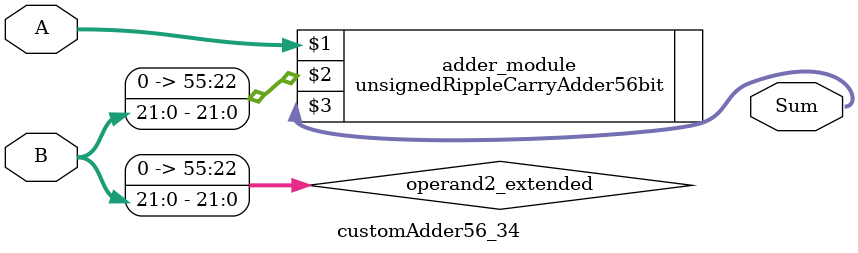
<source format=v>
module customAdder56_34(
                        input [55 : 0] A,
                        input [21 : 0] B,
                        
                        output [56 : 0] Sum
                );

        wire [55 : 0] operand2_extended;
        
        assign operand2_extended =  {34'b0, B};
        
        unsignedRippleCarryAdder56bit adder_module(
            A,
            operand2_extended,
            Sum
        );
        
        endmodule
        
</source>
